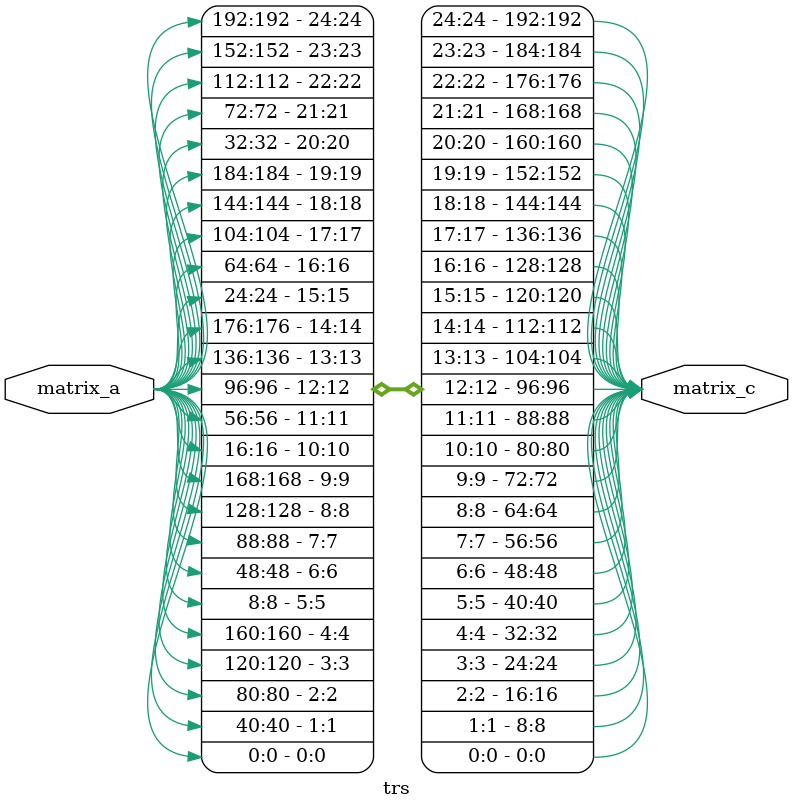
<source format=v>
`define at(row, col) (8 * (col + 5*row))

module trs(
  input  [199:0] matrix_a,
  output [199:0] matrix_c
);

genvar i, j;
generate
  for (i = 0; i < 5; i = i + 1) begin : matrix_trs_row
    for (j = 0; j < 5; j = j + 1) begin : matrix_trs_col
      assign matrix_c[`at(i, j)] = matrix_a[`at(j, i)];
    end 
  end
endgenerate

endmodule

</source>
